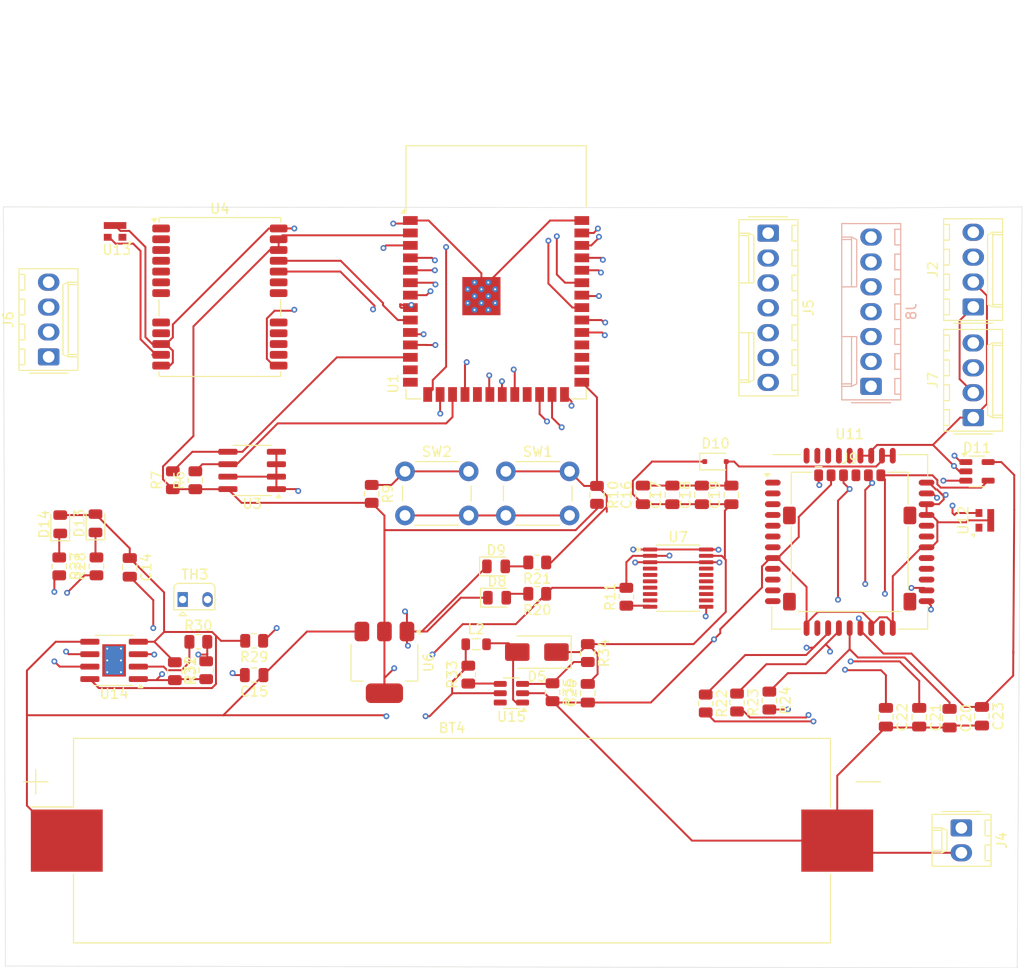
<source format=kicad_pcb>
(kicad_pcb (version 20241229) (generator "pcbnew") (generator_version "9.0")
  (layers (0 "F.Cu" signal) (4 "In1.Cu" signal) (6 "In2.Cu" signal) (2 "B.Cu" signal) (13 "F.Paste" user) (15 "B.Paste" user) (5 "F.SilkS" user "F.Silkscreen") (7 "B.SilkS" user "B.Silkscreen") (1 "F.Mask" user) (3 "B.Mask" user) (25 "Edge.Cuts" user))
  (net 0 "")
  (net 1 "GND")
  (net 2 "Net-(D13-A)")
  (net 3 "/BAT+(3.7V)")
  (net 4 "PWR_FLAG")
  (net 5 "Net-(D10-A)")
  (net 6 "Net-(U11-SIM_RST)")
  (net 7 "Net-(U11-SIM_CLK)")
  (net 8 "Net-(U11-SIM_DATA)")
  (net 9 "Net-(J9-VCC)")
  (net 10 "Net-(D5-A)")
  (net 11 "Net-(J9-RST)")
  (net 12 "Net-(J9-I{slash}O)")
  (net 13 "Net-(J9-CLK)")
  (net 14 "Net-(D13-K)")
  (net 15 "Net-(D14-K)")
  (net 16 "/3.3V")
  (net 17 "/SCL")
  (net 18 "/SDA")
  (net 19 "Net-(U7-OE)")
  (net 20 "Net-(U14-~{CHRG})")
  (net 21 "Net-(U14-~{STDBY})")
  (net 22 "/5V")
  (net 23 "Net-(U14-PROG)")
  (net 24 "Net-(U14-TEMP)")
  (net 25 "Net-(U15-EN)")
  (net 26 "Net-(U15-FB)")
  (net 27 "/RX")
  (net 28 "/IO42")
  (net 29 "/EN")
  (net 30 "/RX2")
  (net 31 "/IO48")
  (net 32 "/TX2")
  (net 33 "/SCLK")
  (net 35 "/MOSI")
  (net 38 "/IO41")
  (net 40 "/IO45")
  (net 41 "/MISO")
  (net 42 "/CS")
  (net 43 "/TX")
  (net 45 "/IO46")
  (net 46 "/IO5")
  (net 47 "/IO4")
  (net 49 "/I02")
  (net 50 "/SCL1")
  (net 52 "/IO1")
  (net 53 "/RX1")
  (net 54 "/IO47")
  (net 55 "/IO0")
  (net 56 "/IO3")
  (net 57 "/TX1")
  (net 58 "/IO6")
  (net 59 "/SDA1")
  (net 60 "/IO7")
  (net 61 "/IO40")
  (net 63 "Net-(U4-RF_IN)")
  (net 109 "Net-(U11-GSM_ANT)")
  (net 123 "Net-(D8-A)")
  (net 124 "Net-(D9-A)")
  (footprint "RF_Converter:RF_Attenuator_Susumu_PAT1220" (layer "F.Cu") (at 145.1 71.5 90)
    (property "Reference" "U12")
    (property "Value" "PAT1220-C-10DB")
  )
  (footprint "LED_SMD:LED_0805_2012Metric" (layer "F.Cu") (at 50.7 71.9 90)
    (property "Reference" "D14")
    (property "Value" "LED")
  )
  (footprint "Resistor_SMD:R_0805_2012Metric" (layer "F.Cu") (at 100.9625 89.05 -90)
    (property "Reference" "R35")
    (property "Value" "13k")
  )
  (footprint "Resistor_SMD:R_0805_2012Metric" (layer "F.Cu") (at 92.3625 87.25 90)
    (property "Reference" "R33")
    (property "Value" "10k")
  )
  (footprint "Capacitor_SMD:C_0805_2012Metric" (layer "F.Cu") (at 141.5 91.7 -90)
    (property "Reference" "C20")
    (property "Value" "22pF")
  )
  (footprint "Resistor_SMD:R_0805_2012Metric" (layer "F.Cu") (at 108.5 79.3 90)
    (property "Reference" "R11")
    (property "Value" "10k")
  )
  (footprint "Connector_Molex:Molex_KK-254_AE-6410-04A_1x04_P2.54mm_Vertical" (layer "F.Cu") (at 49.52 54.81 90)
    (property "Reference" "J6")
    (property "Value" "Conn_01x04_Pin")
  )
  (footprint "Package_TO_SOT_SMD:SOT-223-3_TabPin2" (layer "F.Cu") (at 83.8 86 -90)
    (property "Reference" "U6")
    (property "Value" "AMS1117-5.0")
  )
  (footprint "Inductor_SMD:L_0805_2012Metric" (layer "F.Cu") (at 93.1625 84.15)
    (property "Reference" "L2")
    (property "Value" "4.7uH")
  )
  (footprint "Resistor_SMD:R_0805_2012Metric" (layer "F.Cu") (at 70.5 83.8 180)
    (property "Reference" "R29")
    (property "Value" "0.4")
  )
  (footprint "Capacitor_SMD:C_0805_2012Metric" (layer "F.Cu") (at 57.8 76.3 -90)
    (property "Reference" "C14")
    (property "Value" "10u")
  )
  (footprint "LED_SMD:LED_0805_2012Metric" (layer "F.Cu") (at 54.3 71.8 90)
    (property "Reference" "D13")
    (property "Value" "LED")
  )
  (footprint "Connector_Molex:Molex_KK-254_AE-6410-04A_1x04_P2.54mm_Vertical" (layer "F.Cu") (at 143.92 49.71 90)
    (property "Reference" "J2")
    (property "Value" "Conn_01x04_Pin")
  )
  (footprint "Button_Switch_THT:SW_PUSH_6mm_H4.3mm" (layer "F.Cu") (at 96.2 66.5)
    (property "Reference" "SW1")
    (property "Value" "SW_Push")
  )
  (footprint "Connector_Molex:Molex_KK-254_AE-6410-07A_1x07_P2.54mm_Vertical" (layer "F.Cu") (at 122.98 42.18 -90)
    (property "Reference" "J5")
    (property "Value" "Conn_01x07_Pin")
  )
  (footprint "Package_TO_SOT_SMD:SOT-23-5" (layer "F.Cu") (at 144.3 66.5)
    (property "Reference" "D11")
    (property "Value" "ESDA6V1SC5")
  )
  (footprint "Resistor_SMD:R_0805_2012Metric" (layer "F.Cu") (at 99.4 79 180)
    (property "Reference" "R20")
    (property "Value" "330")
  )
  (footprint "Resistor_SMD:R_0805_2012Metric" (layer "F.Cu") (at 82.5 68.8 -90)
    (property "Reference" "R9")
    (property "Value" "10k")
  )
  (footprint "Connector_Molex:Molex_KK-254_AE-6410-02A_1x02_P2.54mm_Vertical" (layer "F.Cu") (at 142.7 102.9 -90)
    (property "Reference" "J4")
    (property "Value" "Conn_01x02_Pin")
  )
  (footprint "Resistor_SMD:R_0805_2012Metric" (layer "F.Cu") (at 119.8 90.1 -90)
    (property "Reference" "R23")
    (property "Value" "51")
  )
  (footprint "Capacitor_SMD:C_0805_2012Metric" (layer "F.Cu") (at 113.2 68.9 90)
    (property "Reference" "C17")
    (property "Value" "1uF")
  )
  (footprint "Resistor_SMD:R_0805_2012Metric" (layer "F.Cu") (at 116.6 90.2 -90)
    (property "Reference" "R22")
    (property "Value" "51")
  )
  (footprint "Capacitor_SMD:C_0805_2012Metric" (layer "F.Cu") (at 116.21 68.9 90)
    (property "Reference" "C18")
    (property "Value" "10pF")
  )
  (footprint "Capacitor_SMD:C_0805_2012Metric" (layer "F.Cu") (at 144.8 91.5 -90)
    (property "Reference" "C23")
    (property "Value" "100nF")
  )
  (footprint "Capacitor_SMD:C_0805_2012Metric" (layer "F.Cu") (at 70.5 87.3 180)
    (property "Reference" "C15")
    (property "Value" "10u")
  )
  (footprint "Resistor_SMD:R_0805_2012Metric" (layer "F.Cu") (at 64.495 67.405 90)
    (property "Reference" "R6")
    (property "Value" "4.7k")
  )
  (footprint "Package_TO_SOT_SMD:SOT-23-6" (layer "F.Cu") (at 96.7625 89.15 180)
    (property "Reference" "U15")
    (property "Value" "MT3608")
  )
  (footprint "Package_SO:SOIC-8-1EP_3.9x4.9mm_P1.27mm_EP2.41x3.3mm_ThermalVias" (layer "F.Cu") (at 56.2 85.8 180)
    (property "Reference" "U14")
    (property "Value" "TP4056")
  )
  (footprint "Package_SO:SOIC-8_3.9x4.9mm_P1.27mm" (layer "F.Cu") (at 70.295 66.405 180)
    (property "Reference" "U3")
    (property "Value" "CAT24C256")
  )
  (footprint "Capacitor_SMD:C_0805_2012Metric" (layer "F.Cu") (at 138.4 91.6 -90)
    (property "Reference" "C21")
    (property "Value" "22pF")
  )
  (footprint "Resistor_SMD:R_0805_2012Metric" (layer "F.Cu") (at 50.6 76.2 -90)
    (property "Reference" "R27")
    (property "Value" "1k")
  )
  (footprint "RF_Converter:RF_Attenuator_Susumu_PAT1220" (layer "F.Cu") (at 56.3 42 180)
    (property "Reference" "U13")
    (property "Value" "PAT1220-C-10DB")
  )
  (footprint "RF_GSM:SIMCom_SIM800C" (layer "F.Cu") (at 131.3 73.7)
    (property "Reference" "U11")
    (property "Value" "SIM800C")
  )
  (footprint "Resistor_SMD:R_0805_2012Metric" (layer "F.Cu") (at 62.4 86.9 -90)
    (property "Reference" "R31")
    (property "Value" "R")
  )
  (footprint "Capacitor_SMD:C_0805_2012Metric" (layer "F.Cu") (at 104.5625 89.15 90)
    (property "Reference" "C26")
    (property "Value" "C")
  )
  (footprint "Resistor_SMD:R_0805_2012Metric" (layer "F.Cu") (at 105.5 68.9 -90)
    (property "Reference" "R10")
    (property "Value" "10k")
  )
  (footprint "Resistor_SMD:R_0805_2012Metric" (layer "F.Cu") (at 123.1 89.9 -90)
    (property "Reference" "R24")
    (property "Value" "51")
  )
  (footprint "Package_SO:TSSOP-20_4.4x6.5mm_P0.65mm" (layer "F.Cu") (at 113.7875 77.4)
    (property "Reference" "U7")
    (property "Value" "TXS0108EPW")
  )
  (footprint "Resistor_SMD:R_0805_2012Metric" (layer "F.Cu") (at 62.195 67.405 90)
    (property "Reference" "R7")
    (property "Value" "4.7k")
  )
  (footprint "Diode_SMD:D_SOD-323F" (layer "F.Cu") (at 117.6 65.5)
    (property "Reference" "D10")
    (property "Value" "D_Zener")
  )
  (footprint "Package_TO_SOT_THT:Heraeus_TO-92-2" (layer "F.Cu") (at 63.2 79.582)
    (property "Reference" "TH3")
    (property "Value" "Thermistor_NTC")
  )
  (footprint "LED_SMD:LED_0805_2012Metric" (layer "F.Cu") (at 95.3 79.4)
    (property "Reference" "D8")
    (property "Value" "Green LED")
  )
  (footprint "Battery:BatteryHolder_Keystone_1042_1x18650" (layer "F.Cu") (at 90.7 104.2)
    (property "Reference" "BT4")
    (property "Value" "3.7 Li-ion")
  )
  (footprint "Capacitor_SMD:C_0805_2012Metric" (layer "F.Cu") (at 119.22 68.9 90)
    (property "Reference" "C19")
    (property "Value" "33pF")
  )
  (footprint "Resistor_SMD:R_0805_2012Metric" (layer "F.Cu") (at 99.4 75.8 180)
    (property "Reference" "R21")
    (property "Value" "330")
  )
  (footprint "Resistor_SMD:R_0805_2012Metric" (layer "F.Cu") (at 54.4 76.2 90)
    (property "Reference" "R28")
    (property "Value" "1k")
  )
  (footprint "Connector_Molex:Molex_KK-254_AE-6410-04A_1x04_P2.54mm_Vertical" (layer "F.Cu") (at 143.92 61.01 90)
    (property "Reference" "J7")
    (property "Value" "Conn_01x04_Pin")
  )
  (footprint "Button_Switch_THT:SW_PUSH_6mm_H4.3mm" (layer "F.Cu") (at 85.9 66.5)
    (property "Reference" "SW2")
    (property "Value" "SW_Push")
  )
  (footprint "RF_Module:ESP32-S3-WROOM-1" (layer "F.Cu") (at 95.2 46.15)
    (property "Reference" "U1")
    (property "Value" "ESP32-S3-WROOM-1")
  )
  (footprint "Resistor_SMD:R_0805_2012Metric" (layer "F.Cu") (at 104.5625 85.05 -90)
    (property "Reference" "R34")
    (property "Value" "100k")
  )
  (footprint "LED_SMD:LED_0805_2012Metric" (layer "F.Cu") (at 95.2 76.2)
    (property "Reference" "D9")
    (property "Value" "Orange LED")
  )
  (footprint "Connector_Card:nanoSIM_GCT_SIM8060-6-0-14-00" (layer "F.Cu") (at 131.3 73.7)
    (property "Reference" "J9")
    (property "Value" "SIM_Card")
  )
  (footprint "Resistor_SMD:R_0805_2012Metric" (layer "F.Cu") (at 64.8 83.9)
    (property "Reference" "R30")
    (property "Value" "Rprog")
  )
  (footprint "Capacitor_SMD:C_0805_2012Metric" (layer "F.Cu") (at 110.19 68.9 90)
    (property "Reference" "C16")
    (property "Value" "100uF")
  )
  (footprint "Resistor_SMD:R_0805_2012Metric" (layer "F.Cu") (at 65.6 86.8 90)
    (property "Reference" "R32")
    (property "Value" "R")
  )
  (footprint "Capacitor_SMD:C_0805_2012Metric" (layer "F.Cu") (at 135 91.6 -90)
    (property "Reference" "C22")
    (property "Value" "22pF")
  )
  (footprint "Diode_SMD:D_SMA" (layer "F.Cu") (at 99.3625 84.95 180)
    (property "Reference" "D5")
    (property "Value" "SS14")
  )
  (footprint "RF_GPS:ublox_NEO" (layer "F.Cu") (at 67 48.7)
    (property "Reference" "U4")
    (property "Value" "NEO-8Q")
  )
  (footprint "Connector_Molex:Molex_KK-254_AE-6410-07A_1x07_P2.54mm_Vertical" (layer "B.Cu") (at 133.48 57.82 90)
    (property "Reference" "J8")
    (property "Value" "Conn_01x07_Pin")
  )
  (gr_line (start 148.4 117.2) (end 148.9 39.5) (stroke (width 0.05)) (layer "Edge.Cuts"))
  (gr_line (start 44.9 39.5) (end 135 39.6) (stroke (width 0.05)) (layer "Edge.Cuts"))
  (gr_line (start 45.1 116.8) (end 45.1 117) (stroke (width 0.05)) (layer "Edge.Cuts"))
  (gr_line (start 148.9 39.5) (end 135 39.6) (stroke (width 0.05)) (layer "Edge.Cuts"))
  (gr_line (start 45.1 117) (end 148.4 117.2) (stroke (width 0.05)) (layer "Edge.Cuts"))
  (gr_line (start 44.9 39.5) (end 45.1 116.8) (stroke (width 0.05)) (layer "Edge.Cuts"))
  (segment (start 139.65 74.25) (end 139.15 74.25) (width 0.2) (layer "F.Cu") (net 1))
  (segment (start 143.4 71.5) (end 145.7 71.5) (width 0.2) (layer "F.Cu") (net 1))
  (segment (start 100.15 89.15) (end 100.9625 89.9625) (width 0.2) (layer "F.Cu") (net 1))
  (segment (start 135.099 81.399) (end 135.7 82) (width 0.2) (layer "F.Cu") (net 1))
  (segment (start 129.4 67.847164) (end 126.101 71.146164) (width 0.2) (layer "F.Cu") (net 1))
  (segment (start 145.316 59.614) (end 145.316 48.566) (width 0.2) (layer "F.Cu") (net 1))
  (segment (start 139.15 70.95) (end 139.65 70.95) (width 0.2) (layer "F.Cu") (net 1))
  (segment (start 62.201 54.186936) (end 61.514064 53.5) (width 0.2) (layer "F.Cu") (net 1))
  (segment (start 135.7 77.2) (end 138.65 74.25) (width 0.2) (layer "F.Cu") (net 1))
  (segment (start 118.0885 83.0115) (end 117.45 83.65) (width 0.2) (layer "F.Cu") (net 1))
  (segment (start 143.92 61.01) (end 142.588001 61.01) (width 0.2) (layer "F.Cu") (net 1))
  (segment (start 143.2 71.7) (end 140.351 71.7) (width 0.2) (layer "F.Cu") (net 1))
  (segment (start 88.15 82.85) (end 86.1 82.85) (width 0.2) (layer "F.Cu") (net 1))
  (segment (start 97.9 89.15) (end 98.562499 89.15) (width 0.2) (layer "F.Cu") (net 1))
  (segment (start 139.399942 67.65) (end 140.099942 68.35) (width 0.2) (layer "F.Cu") (net 1))
  (segment (start 118.0885 82.6115) (end 118.0885 83.0115) (width 0.2) (layer "F.Cu") (net 1))
  (segment (start 62.201 55.399) (end 62.201 54.186936) (width 0.2) (layer "F.Cu") (net 1))
  (segment (start 74.5 50.1) (end 74.6 50) (width 0.2) (layer "F.Cu") (net 1))
  (segment (start 72.77 67.04) (end 72.77 68.31) (width 0.2) (layer "F.Cu") (net 1))
  (segment (start 62.201 52.813064) (end 62.201 51.499) (width 0.2) (layer "F.Cu") (net 1))
  (segment (start 94.4 47.21) (end 100.72 40.89) (width 0.2) (layer "F.Cu") (net 1))
  (segment (start 116.65 81.25) (end 116.6 81.3) (width 0.2) (layer "F.Cu") (net 1))
  (segment (start 140.099942 68.35) (end 140.215686 68.35) (width 0.2) (layer "F.Cu") (net 1))
  (segment (start 60.8 53.3) (end 61 53.5) (width 0.2) (layer "F.Cu") (net 1))
  (segment (start 123.200058 75.35) (end 122.349 76.201058) (width 0.2) (layer "F.Cu") (net 1))
  (segment (start 84.7 41.2) (end 86.14 41.2) (width 0.2) (layer "F.Cu") (net 1))
  (segment (start 85.9 71) (end 92.4 71) (width 0.2) (layer "F.Cu") (net 1))
  (segment (start 94.2625 76.2) (end 87.6125 82.85) (width 0.2) (layer "F.Cu") (net 1))
  (segment (start 97.9 89.15) (end 100.15 89.15) (width 0.2) (layer "F.Cu") (net 1))
  (segment (start 133.5 81.780761) (end 133.5 82.250058) (width 0.2) (layer "F.Cu") (net 1))
  (segment (start 86.1 84.2) (end 86.2 84.3) (width 0.2) (layer "F.Cu") (net 1))
  (segment (start 140.251 71.551) (end 140.251 71.6) (width 0.2) (layer "F.Cu") (net 1))
  (segment (start 140.415686 69.85) (end 139.15 69.85) (width 0.2) (layer "F.Cu") (net 1))
  (segment (start 57.751 41.949) (end 59.4 43.598) (width 0.2) (layer "F.Cu") (net 1))
  (segment (start 65.7125 83.9) (end 65.7125 85.1) (width 0.2) (layer "F.Cu") (net 1))
  (segment (start 123.45 75.35) (end 123.200058 75.35) (width 0.2) (layer "F.Cu") (net 1))
  (segment (start 133.5 82.250058) (end 134.351058 81.399) (width 0.2) (layer "F.Cu") (net 1))
  (segment (start 135.1 92.65) (end 135 92.55) (width 0.2) (layer "F.Cu") (net 1))
  (segment (start 92.4 71) (end 96.2 71) (width 0.2) (layer "F.Cu") (net 1))
  (segment (start 140.9 69.365686) (end 140.415686 69.85) (width 0.2) (layer "F.Cu") (net 1))
  (segment (start 59.4 52.8) (end 60.1 53.5) (width 0.2) (layer "F.Cu") (net 1))
  (segment (start 132.569239 80.85) (end 133.5 81.780761) (width 0.2) (layer "F.Cu") (net 1))
  (segment (start 61.514064 53.5) (end 62.201 52.813064) (width 0.2) (layer "F.Cu") (net 1))
  (segment (start 130.03 104.2) (end 115.2 104.2) (width 0.2) (layer "F.Cu") (net 1))
  (segment (start 86.14 41.2) (end 86.45 40.89) (width 0.2) (layer "F.Cu") (net 1))
  (segment (start 65.6125 85.2) (end 65.7125 85.1) (width 0.2) (layer "F.Cu") (net 1))
  (segment (start 143.1625 66.5) (end 142.500001 66.5) (width 0.2) (layer "F.Cu") (net 1))
  (segment (start 144.8 92.45) (end 141.7 92.45) (width 0.2) (layer "F.Cu") (net 1))
  (segment (start 100.72 40.89) (end 103.95 40.89) (width 0.2) (layer "F.Cu") (net 1))
  (segment (start 128.05 80.85) (end 132.569239 80.85) (width 0.2) (layer "F.Cu") (net 1))
  (segment (start 72 41.7) (end 73 41.7) (width 0.2) (layer "F.Cu") (net 1))
  (segment (start 101.1 90.1) (end 100.9625 89.9625) (width 0.2) (layer "F.Cu") (net 1))
  (segment (start 129.4 66.9) (end 129.4 67.847164) (width 0.2) (layer "F.Cu") (net 1))
  (segment (start 71.799 50.886936) (end 72.585936 50.1) (width 0.2) (layer "F.Cu") (net 1))
  (segment (start 104.5625 90.1) (end 101.1 90.1) (width 0.2) (layer "F.Cu") (net 1))
  (segment (start 85.9 80.8) (end 86.1 81) (width 0.2) (layer "F.Cu") (net 1))
  (segment (start 139.15 69.85) (end 139.15 70.95) (width 0.2) (layer "F.Cu") (net 1))
  (segment (start 141.1 68.9) (end 140.768514 68.9) (width 0.2) (layer "F.Cu") (net 1))
  (segment (start 135.7 82.5) (end 135.7 77.2) (width 0.2) (layer "F.Cu") (net 1))
  (segment (start 133.5 64.4) (end 133.5 64.9) (width 0.2) (layer "F.Cu") (net 1))
  (segment (start 93.7 46.280761) (end 93.7 48.61) (width 0.2) (layer "F.Cu") (net 1))
  (segment (start 138.65 74.25) (end 139.15 74.25) (width 0.2) (layer "F.Cu") (net 1))
  (segment (start 96.2 71) (end 102.7 71) (width 0.2) (layer "F.Cu") (net 1))
  (segment (start 58.675 85.165) (end 60.265 85.165) (width 0.2) (layer "F.Cu") (net 1))
  (segment (start 61 55.7) (end 61.9 55.7) (width 0.2) (layer "F.Cu") (net 1))
  (segment (start 59.4 43.598) (end 59.4 52.8) (width 0.2) (layer "F.Cu") (net 1))
  (segment (start 135 92.55) (end 135 92.6) (width 0.2) (layer "F.Cu") (net 1))
  (segment (start 126.101 71.146164) (end 126.101 73.199) (width 0.2) (layer "F.Cu") (net 1))
  (segment (start 60.1 53.5) (end 61 53.5) (width 0.2) (layer "F.Cu") (net 1))
  (segment (start 68.5 87.3) (end 68.3 87.1) (width 0.2) (layer "F.Cu") (net 1))
  (segment (start 142.500001 66.5) (end 141.950001 65.949999) (width 0.2) (layer "F.Cu") (net 1))
  (segment (start 140.251 73.649) (end 139.65 74.25) (width 0.2) (layer "F.Cu") (net 1))
  (segment (start 72.77 64.5) (end 72.77 65.77) (width 0.2) (layer "F.Cu") (net 1))
  (segment (start 140.9 69.034314) (end 140.9 69.365686) (width 0.2) (layer "F.Cu") (net 1))
  (segment (start 139.799001 63.799) (end 134.101 63.799) (width 0.2) (layer "F.Cu") (net 1))
  (segment (start 60.265 85.165) (end 60.3 85.2) (width 0.2) (layer "F.Cu") (net 1))
  (segment (start 126.101 73.199) (end 123.95 75.35) (width 0.2) (layer "F.Cu") (net 1))
  (segment (start 94.3625 79.4) (end 91.6 79.4) (width 0.2) (layer "F.Cu") (net 1))
  (segment (start 72.77 65.77) (end 72.77 67.04) (width 0.2) (layer "F.Cu") (net 1))
  (segment (start 142.588001 61.01) (end 139.799001 63.799) (width 0.2) (layer "F.Cu") (net 1))
  (segment (start 141.950001 65.949999) (end 139.799001 63.799) (width 0.2) (layer "F.Cu") (net 1))
  (segment (start 140.351 71.7) (end 140.251 71.6) (width 0.2) (layer "F.Cu") (net 1))
  (segment (start 115.2 104.2) (end 100.9625 89.9625) (width 0.2) (layer "F.Cu") (net 1))
  (segment (start 130.03 97.57) (end 130.03 104.2) (width 0.2) (layer "F.Cu") (net 1))
  (segment (start 75 68.5) (end 74.81 68.31) (width 0.2) (layer "F.Cu") (net 1))
  (segment (start 72.585936 50.1) (end 74.5 50.1) (width 0.2) (layer "F.Cu") (net 1))
  (segment (start 122.349 76.201058) (end 122.349 78.351) (width 0.2) (layer "F.Cu") (net 1))
  (segment (start 131.27 105.44) (end 130.03 104.2) (width 0.2) (layer "F.Cu") (net 1))
  (segment (start 64.8 85.2) (end 65.6125 85.2) (width 0.2) (layer "F.Cu") (net 1))
  (segment (start 132.4 64.9) (end 133.5 64.9) (width 0.2) (layer "F.Cu") (net 1))
  (segment (start 135.7 82) (end 135.7 82.5) (width 0.2) (layer "F.Cu") (net 1))
  (segment (start 134.101 63.799) (end 133.5 64.4) (width 0.2) (layer "F.Cu") (net 1))
  (segment (start 116.65 80.325) (end 116.65 81.25) (width 0.2) (layer "F.Cu") (net 1))
  (segment (start 140.215686 68.35) (end 140.9 69.034314) (width 0.2) (layer "F.Cu") (net 1))
  (segment (start 111 90.1) (end 104.5625 90.1) (width 0.2) (layer "F.Cu") (net 1))
  (segment (start 91.6 79.4) (end 88.15 82.85) (width 0.2) (layer "F.Cu") (net 1))
  (segment (start 71.799 55.013064) (end 71.799 50.886936) (width 0.2) (layer "F.Cu") (net 1))
  (segment (start 122.349 78.351) (end 118.0885 82.6115) (width 0.2) (layer "F.Cu") (net 1))
  (segment (start 139.65 70.95) (end 140.251 71.551) (width 0.2) (layer "F.Cu") (net 1))
  (segment (start 67.82 67.04) (end 72.77 67.04) (width 0.2) (layer "F.Cu") (net 1))
  (segment (start 117.45 83.65) (end 111 90.1) (width 0.2) (layer "F.Cu") (net 1))
  (segment (start 140.251 71.6) (end 140.251 73.649) (width 0.2) (layer "F.Cu") (net 1))
  (segment (start 126.9 82.5) (end 126.9 82) (width 0.2) (layer "F.Cu") (net 1))
  (segment (start 61.9 55.7) (end 62.201 55.399) (width 0.2) (layer "F.Cu") (net 1))
  (segment (start 142.7 105.44) (end 131.27 105.44) (width 0.2) (layer "F.Cu") (net 1))
  (segment (start 57.8 77.25) (end 60.2 79.65) (width 0.2) (layer "F.Cu") (net 1))
  (segment (start 123.95 75.35) (end 123.45 75.35) (width 0.2) (layer "F.Cu") (net 1))
  (segment (start 140.768514 68.9) (end 140.509757 68.641243) (width 0.2) (layer "F.Cu") (net 1))
  (segment (start 126.9 78.3) (end 123.95 75.35) (width 0.2) (layer "F.Cu") (net 1))
  (segment (start 143.92 61.01) (end 145.316 59.614) (width 0.2) (layer "F.Cu") (net 1))
  (segment (start 126.9 82) (end 128.05 80.85) (width 0.2) (layer "F.Cu") (net 1))
  (segment (start 141.7 92.45) (end 141.5 92.65) (width 0.2) (layer "F.Cu") (net 1))
  (segment (start 88.309239 40.89) (end 93.7 46.280761) (width 0.2) (layer "F.Cu") (net 1))
  (segment (start 74.81 68.31) (end 72.77 68.31) (width 0.2) (layer "F.Cu") (net 1))
  (segment (start 141.5 92.65) (end 135.1 92.65) (width 0.2) (layer "F.Cu") (net 1))
  (segment (start 87.6125 82.85) (end 86.1 82.85) (width 0.2) (layer "F.Cu") (net 1))
  (segment (start 73 55.7) (end 72.485936 55.7) (width 0.2) (layer "F.Cu") (net 1))
  (segment (start 56.849 41.949) (end 57.751 41.949) (width 0.2) (layer "F.Cu") (net 1))
  (segment (start 86.45 40.89) (end 88.309239 40.89) (width 0.2) (layer "F.Cu") (net 1))
  (segment (start 86.1 82.85) (end 86.1 84.2) (width 0.2) (layer "F.Cu") (net 1))
  (segment (start 72.485936 55.7) (end 71.799 55.013064) (width 0.2) (layer "F.Cu") (net 1))
  (segment (start 139.15 67.65) (end 139.399942 67.65) (width 0.2) (layer "F.Cu") (net 1))
  (segment (start 86.1 81) (end 86.1 82.85) (width 0.2) (layer "F.Cu") (net 1))
  (segment (start 143.2 71.7) (end 143.4 71.5) (width 0.2) (layer "F.Cu") (net 1))
  (segment (start 134.351058 81.399) (end 135.099 81.399) (width 0.2) (layer "F.Cu") (net 1))
  (segment (start 65.7125 85.775) (end 65.6 85.8875) (width 0.2) (layer "F.Cu") (net 1))
  (segment (start 61 53.5) (end 61.514064 53.5) (width 0.2) (layer "F.Cu") (net 1))
  (segment (start 62.201 51.499) (end 72 41.7) (width 0.2) (layer "F.Cu") (net 1))
  (segment (start 126.9 82.5) (end 126.9 78.3) (width 0.2) (layer "F.Cu") (net 1))
  (segment (start 60.2 79.65) (end 60.2 82.5) (width 0.2) (layer "F.Cu") (net 1))
  (segment (start 73 41.7) (end 74.6 41.7) (width 0.2) (layer "F.Cu") (net 1))
  (segment (start 69.55 87.3) (end 68.5 87.3) (width 0.2) (layer "F.Cu") (net 1))
  (segment (start 133.5 82.5) (end 133.5 82.250058) (width 0.2) (layer "F.Cu") (net 1))
  (segment (start 145.316 48.566) (end 143.92 47.17) (width 0.2) (layer "F.Cu") (net 1))
  (segment (start 135 92.6) (end 130.03 97.57) (width 0.2) (layer "F.Cu") (net 1))
  (segment (start 65.7125 85.1) (end 65.7125 85.775) (width 0.2) (layer "F.Cu") (net 1))
  (segment (start 56.3 41.4) (end 56.849 41.949) (width 0.2) (layer "F.Cu") (net 1))
  (via (at 141.1 68.9) (size 0.6) (drill 0.3) (layers "F.Cu" "B.Cu") (net 1))
  (via (at 68.3 87.1) (size 0.6) (drill 0.3) (layers "F.Cu" "B.Cu") (net 1))
  (via (at 84.7 41.2) (size 0.6) (drill 0.3) (layers "F.Cu" "B.Cu") (net 1))
  (via (at 74.6 41.7) (size 0.6) (drill 0.3) (layers "F.Cu" "B.Cu") (net 1))
  (via (at 68.3 87.1) (size 0.6) (drill 0.3) (layers "F.Cu" "B.Cu") (net 1))
  (via (at 116.6 81.3) (size 0.6) (drill 0.3) (layers "F.Cu" "B.Cu") (net 1))
  (via (at 60.2 82.5) (size 0.6) (drill 0.3) (layers "F.Cu" "B.Cu") (net 1))
  (via (at 74.6 50) (size 0.6) (drill 0.3) (layers "F.Cu" "B.Cu") (net 1))
  (via (at 75 68.5) (size 0.6) (drill 0.3) (layers "F.Cu" "B.Cu") (net 1))
  (via (at 141.950001 65.949999) (size 0.6) (drill 0.3) (layers "F.Cu" "B.Cu") (net 1))
  (via (at 64.8 85.2) (size 0.6) (drill 0.3) (layers "F.Cu" "B.Cu") (net 1))
  (via (at 117.45 83.65) (size 0.6) (drill 0.3) (layers "F.Cu" "B.Cu") (net 1))
  (via (at 60.3 85.2) (size 0.6) (drill 0.3) (layers "F.Cu" "B.Cu") (net 1))
  (via (at 85.9 80.8) (size 0.6) (drill 0.3) (layers "F.Cu" "B.Cu") (net 1))
  (via (at 86.2 84.3) (size 0.6) (drill 0.3) (layers "F.Cu" "B.Cu") (net 1))
  (segment (start 61.3035 78.8535) (end 61.3035 82.899) (width 0.2) (layer "F.Cu") (net 2))
  (segment (start 50.7 70.9625) (end 54.2 70.9625) (width 0.2) (layer "F.Cu") (net 2))
  (segment (start 53.725 87.705) (end 54.646 88.626) (width 0.2) (layer "F.Cu") (net 2))
  (segment (start 62.4 85.9875) (end 60.3075 83.895) (width 0.2) (layer "F.Cu") (net 2))
  (segment (start 57.8 74.3625) (end 57.8 75.35) (width 0.2) (layer "F.Cu") (net 2))
  (segment (start 66.601 88.21016) (end 66.601 83.28984) (width 0.2) (layer "F.Cu") (net 2))
  (segment (start 60.3075 83.895) (end 58.675 83.895) (width 0.2) (layer "F.Cu") (net 2))
  (segment (start 57.8 75.35) (end 61.3035 78.8535) (width 0.2) (layer "F.Cu") (net 2))
  (segment (start 66.21016 82.899) (end 61.3035 82.899) (width 0.2) (layer "F.Cu") (net 2))
  (segment (start 67.11116 83.8) (end 66.601 83.28984) (width 0.2) (layer "F.Cu") (net 2))
  (segment (start 66.601 83.28984) (end 66.21016 82.899) (width 0.2) (layer "F.Cu") (net 2))
  (segment (start 54.2 70.9625) (end 54.3 70.8625) (width 0.2) (layer "F.Cu") (net 2))
  (segment (start 54.646 88.626) (end 66.18516 88.626) (width 0.2) (layer "F.Cu") (net 2))
  (segment (start 69.5875 83.8) (end 67.11116 83.8) (width 0.2) (layer "F.Cu") (net 2))
  (segment (start 61.3035 82.899) (end 60.3075 83.895) (width 0.2) (layer "F.Cu") (net 2))
  (segment (start 66.18516 88.626) (end 66.601 88.21016) (width 0.2) (layer "F.Cu") (net 2))
  (segment (start 54.3 70.8625) (end 57.8 74.3625) (width 0.2) (layer "F.Cu") (net 2))
  (segment (start 90.7125 89.2) (end 90.7625 89.15) (width 0.2) (layer "F.Cu") (net 3))
  (segment (start 90.7625 89.15) (end 95.625 89.15) (width 0.2) (layer "F.Cu") (net 3))
  (segment (start 90.7125 87.9875) (end 90.7125 89.2) (width 0.2) (layer "F.Cu") (net 3))
  (segment (start 51.37 104.2) (end 50.875 104.2) (width 0.2) (layer "F.Cu") (net 3))
  (segment (start 71.45 87.3) (end 67.35 91.4) (width 0.2) (layer "F.Cu") (net 3))
  (segment (start 50.239315 83.895) (end 53.725 83.895) (width 0.2) (layer "F.Cu") (net 3))
  (segment (start 83.9 91.4) (end 84 91.5) (width 0.2) (layer "F.Cu") (net 3))
  (segment (start 50.875 104.2) (end 47.3 100.625) (width 0.2) (layer "F.Cu") (net 3))
  (segment (start 88.4125 91.5) (end 90.7625 89.15) (width 0.2) (layer "F.Cu") (net 3))
  (segment (start 92.1 84.15) (end 92.1 86.6) (width 0.2) (layer "F.Cu") (net 3))
  (segment (start 67.35 91.4) (end 47.3 91.4) (width 0.2) (layer "F.Cu") (net 3))
  (segment (start 47.3 91.4) (end 47.3 86.834314) (width 0.2) (layer "F.Cu") (net 3))
  (segment (start 47.3 86.834314) (end 50.239315 83.895) (width 0.2) (layer "F.Cu") (net 3))
  (segment (start 92.1 86.6) (end 90.7125 87.9875) (width 0.2) (layer "F.Cu") (net 3))
  (segment (start 75.9 82.85) (end 81.5 82.85) (width 0.2) (layer "F.Cu") (net 3))
  (segment (start 71.45 87.3) (end 75.9 82.85) (width 0.2) (layer "F.Cu") (net 3))
  (segment (start 92.3625 86.3375) (end 90.7125 87.9875) (width 0.2) (layer "F.Cu") (net 3))
  (segment (start 47.3 100.625) (end 47.3 91.4) (width 0.2) (layer "F.Cu") (net 3))
  (segment (start 67.35 91.4) (end 83.9 91.4) (width 0.2) (layer "F.Cu") (net 3))
  (segment (start 88 91.5) (end 88.4125 91.5) (width 0.2) (layer "F.Cu") (net 3))
  (via (at 88 91.5) (size 0.6) (drill 0.3) (layers "F.Cu" "B.Cu") (net 3))
  (via (at 84 91.5) (size 0.6) (drill 0.3) (layers "F.Cu" "B.Cu") (net 3))
  (segment (start 118.559619 75.440381) (end 118.65 75.530761) (width 0.2) (layer "F.Cu") (net 4))
  (segment (start 110.19 69.85) (end 109.164 68.824) (width 0.2) (layer "F.Cu") (net 4))
  (segment (start 118.559619 70.510381) (end 119.22 69.85) (width 0.2) (layer "F.Cu") (net 4))
  (segment (start 111.12884 65.5) (end 116.5 65.5) (width 0.2) (layer "F.Cu") (net 4))
  (segment (start 105.5635 87.199) (end 105.5635 85.1385) (width 0.2) (layer "F.Cu") (net 4))
  (segment (start 109.164 67.46484) (end 111.12884 65.5) (width 0.2) (layer "F.Cu") (net 4))
  (segment (start 118.65 75.530761) (end 118.65 80.85) (width 0.2) (layer "F.Cu") (net 4))
  (segment (start 118.244239 75.125) (end 118.559619 75.440381) (width 0.2) (layer "F.Cu") (net 4))
  (segment (start 116.65 75.125) (end 118.244239 75.125) (width 0.2) (layer "F.Cu") (net 4))
  (segment (start 104.5625 88.2) (end 105.5635 87.199) (width 0.2) (layer "F.Cu") (net 4))
  (segment (start 119.22 69.85) (end 110.19 69.85) (width 0.2) (layer "F.Cu") (net 4))
  (segment (start 101.3625 84.95) (end 103.75 84.95) (width 0.2) (layer "F.Cu") (net 4))
  (segment (start 118.65 80.85) (end 115.3625 84.1375) (width 0.2) (layer "F.Cu") (net 4))
  (segment (start 105.5635 85.1385) (end 104.5625 84.1375) (width 0.2) (layer "F.Cu") (net 4))
  (segment (start 118.559619 75.440381) (end 118.559619 70.510381) (width 0.2) (layer "F.Cu") (net 4))
  (segment (start 115.3625 84.1375) (end 104.5625 84.1375) (width 0.2) (layer "F.Cu") (net 4))
  (segment (start 109.164 68.824) (end 109.164 67.46484) (width 0.2) (layer "F.Cu") (net 4))
  (segment (start 103.75 84.95) (end 104.5625 84.1375) (width 0.2) (layer "F.Cu") (net 4))
  (segment (start 120 66) (end 119.5 65.5) (width 0.2) (layer "F.Cu") (net 5))
  (segment (start 134 66) (end 120 66) (width 0.2) (layer "F.Cu") (net 5))
  (segment (start 118.7 67.43) (end 119.22 67.95) (width 0.2) (layer "F.Cu") (net 5))
  (segment (start 134.6 64.9) (end 134.6 65.4) (width 0.2) (layer "F.Cu") (net 5))
  (segment (start 118.7 65.5) (end 118.7 67.43) (width 0.2) (layer "F.Cu") (net 5))
  (segment (start 134.6 65.4) (end 134 66) (width 0.2) (layer "F.Cu") (net 5))
  (segment (start 110.19 67.95) (end 119.22 67.95) (width 0.2) (layer "F.Cu") (net 5))
  (segment (start 119.5 65.5) (end 118.7 65.5) (width 0.2) (layer "F.Cu") (net 5))
  (segment (start 134.6 64.9) (end 135.7 64.9) (width 0.2) (layer "F.Cu") (net 5))
  (segment (start 123.1 88.9875) (end 124.9875 87.1) (width 0.2) (layer "F.Cu") (net 6))
  (segment (start 131.3 84.6625) (end 131.3 82.5) (width 0.2) (layer "F.Cu") (net 6))
  (segment (start 132.1375 85.5) (end 131.3 84.6625) (width 0.2) (layer "F.Cu") (net 6))
  (segment (start 128.8625 87.1) (end 131.3 84.6625) (width 0.2) (layer "F.Cu") (net 6))
  (segment (start 141.5 90.75) (end 141.5 90.1) (width 0.2) (layer "F.Cu") (net 6))
  (segment (start 136.9 85.5) (end 132.1375 85.5) (width 0.2) (layer "F.Cu") (net 6))
  (segment (start 124.9875 87.1) (end 128.8625 87.1) (width 0.2) (layer "F.Cu") (net 6))
  (segment (start 141.5 90.1) (end 136.9 85.5) (width 0.2) (layer "F.Cu") (net 6))
  (segment (start 129.3 84.6) (end 128.85625 84.15625) (width 0.2) (layer "F.Cu") (net 7))
  (segment (start 126.825 86.1875) (end 122.8 86.1875) (width 0.2) (layer "F.Cu") (net 7))
  (segment (start 138.4 87.9) (end 136.4 85.9) (width 0.2) (layer "F.Cu") (net 7))
  (segment (start 129.3 84.9) (end 129.3 84.6) (width 0.2) (layer "F.Cu") (net 7))
  (segment (start 122.8 86.1875) (end 119.8 89.1875) (width 0.2) (layer "F.Cu") (net 7))
  (segment (start 128.85625 84.15625) (end 130.2 82.8125) (width 0.2) (layer "F.Cu") (net 7))
  (segment (start 128.85625 84.15625) (end 126.825 86.1875) (width 0.2) (layer "F.Cu") (net 7))
  (segment (start 138.4 90.65) (end 138.4 87.9) (width 0.2) (layer "F.Cu") (net 7))
  (segment (start 136.4 85.9) (end 131.4 85.9) (width 0.2) (layer "F.Cu") (net 7))
  (segment (start 130.2 82.8125) (end 130.2 82.5) (width 0.2) (layer "F.Cu") (net 7))
  (via (at 131.4 85.9) (size 0.6) (drill 0.3) (layers "F.Cu" "B.Cu") (net 7))
  (via (at 129.3 84.9) (size 0.6) (drill 0.3) (layers "F.Cu" "B.Cu") (net 7))
  (segment (start 128.1 84) (end 126.85 85.25) (width 0.2) (layer "F.Cu") (net 8))
  (segment (start 126.85 85.25) (end 120.6375 85.25) (width 0.2) (layer "F.Cu") (net 8))
  (segment (start 135 87.3) (end 134.5 86.8) (width 0.2) (layer "F.Cu") (net 8))
  (segment (start 126.9 84.5) (end 127.6 84.5) (width 0.2) (layer "F.Cu") (net 8))
  (segment (start 135 90.65) (end 135 87.3) (width 0.2) (layer "F.Cu") (net 8))
  (segment (start 127.6 84.5) (end 128.1 84) (width 0.2) (layer "F.Cu") (net 8))
  (segment (start 129.1 83) (end 129.1 82.5) (width 0.2) (layer "F.Cu") (net 8))
  (segment (start 128.1 84) (end 129.1 83) (width 0.2) (layer "F.Cu") (net 8))
  (segment (start 134.5 86.8) (end 130.877233 86.8) (width 0.2) (layer "F.Cu") (net 8))
  (segment (start 130.877233 86.8) (end 130.828997 86.751764) (width 0.2) (layer "F.Cu") (net 8))
  (segment (start 120.6375 85.25) (end 116.6 89.2875) (width 0.2) (layer "F.Cu") (net 8))
  (via (at 126.9 84.5) (size 0.6) (drill 0.3) (layers "F.Cu" "B.Cu") (net 8))
  (via (at 130.828997 86.751764) (size 0.6) (drill 0.3) (layers "F.Cu" "B.Cu") (net 8))
  (segment (start 148.006838 84.9) (end 148.005559 85.098749) (width 0.2) (layer "F.Cu") (net 9))
  (segment (start 132.3 82.4) (end 132.3 81.568148) (width 0.2) (layer "F.Cu") (net 9))
  (segment (start 137.599 85.099) (end 134.749058 85.099) (width 0.2) (layer "F.Cu") (net 9))
  (segment (start 128.13 67.83) (end 128.2 67.9) (width 0.2) (layer "F.Cu") (net 9))
  (segment (start 143.05 90.55) (end 137.599 85.099) (width 0.2) (layer "F.Cu") (net 9))
  (segment (start 148.1 66.871003) (end 148.1 70.422601) (width 0.2) (layer "F.Cu") (net 9))
  (segment (start 147.991014 87.358986) (end 144.8 90.55) (width 0.2) (layer "F.Cu") (net 9))
  (segment (start 148.006838 84.9) (end 147.991014 87.358986) (width 0.2) (layer "F.Cu") (net 9))
  (segment (start 134.749058 85.099) (end 132.4 82.749942) (width 0.2) (layer "F.Cu") (net 9))
  (segment (start 132.4 82.5) (end 132.3 82.4) (width 0.2) (layer "F.Cu") (net 9))
  (segment (start 132.3 81.568148) (end 132.24 81.508148) (width 0.2) (layer "F.Cu") (net 9))
  (segment (start 128.13 66.9) (end 128.13 67.83) (width 0.2) (layer "F.Cu") (net 9))
  (segment (start 146.778997 65.55) (end 148.1 66.871003) (width 0.2) (layer "F.Cu") (net 9))
  (segment (start 148.1 70.422601) (end 148.006838 84.9) (width 0.2) (layer "F.Cu") (net 9))
  (segment (start 145.4375 65.55) (end 146.778997 65.55) (width 0.2) (layer "F.Cu") (net 9))
  (segment (start 132.4 82.749942) (end 132.4 82.5) (width 0.2) (layer "F.Cu") (net 9))
  (segment (start 144.8 90.55) (end 143.05 90.55) (width 0.2) (layer "F.Cu") (net 9))
  (via (at 132.24 81.508148) (size 0.6) (drill 0.3) (layers "F.Cu" "B.Cu") (net 9))
  (via (at 128.2 67.9) (size 0.6) (drill 0.3) (layers "F.Cu" "B.Cu") (net 9))
  (segment (start 96.9365 85.376) (end 96.9365 89.798999) (width 0.2) (layer "F.Cu") (net 10))
  (segment (start 94.525 84.05) (end 96.4625 84.05) (width 0.2) (layer "F.Cu") (net 10))
  (segment (start 96.4625 84.05) (end 97.3625 84.95) (width 0.2) (layer "F.Cu") (net 10))
  (segment (start 97.237501 90.1) (end 97.9 90.1) (width 0.2) (layer "F.Cu") (net 10))
  (segment (start 96.9365 89.798999) (end 97.237501 90.1) (width 0.2) (layer "F.Cu") (net 10))
  (segment (start 97.3625 84.95) (end 96.9365 85.376) (width 0.2) (layer "F.Cu") (net 10))
  (segment (start 123.1 90.8125) (end 124.9875 90.8125) (width 0.2) (layer "F.Cu") (net 11))
  (segment (start 130.11 69.49) (end 130.11 79.6) (width 0.2) (layer "F.Cu") (net 11))
  (segment (start 143.1625 65.55) (end 142.65 65.55) (width 0.2) (layer "F.Cu") (net 11))
  (segment (start 131.3 68.3) (end 130.67 67.67) (width 0.2) (layer "F.Cu") (net 11))
  (segment (start 124.9875 90.8125) (end 125 90.8) (width 0.2) (layer "F.Cu") (net 11))
  (segment (start 142.65 65.55) (end 142 64.9) (width 0.2) (layer "F.Cu") (net 11))
  (segment (start 131.3 68.3) (end 130.11 69.49) (width 0.2) (layer "F.Cu") (net 11))
  (segment (start 130.67 67.67) (end 130.67 66.9) (width 0.2) (layer "F.Cu") (net 11))
  (via (at 130.11 79.6) (size 0.6) (drill 0.3) (layers "F.Cu" "B.Cu") (net 11))
  (via (at 142 64.9) (size 0.6) (drill 0.3) (layers "F.Cu" "B.Cu") (net 11))
  (via (at 125 90.8) (size 0.6) (drill 0.3) (layers "F.Cu" "B.Cu") (net 11))
  (via (at 131.3 68.3) (size 0.6) (drill 0.3) (layers "F.Cu" "B.Cu") (net 11))
  (segment (start 145.4375 67.45) (end 144.729687 68.157813) (width 0.2) (layer "F.Cu") (net 12))
  (segment (start 140.251 67.401058) (end 139.749942 66.9) (width 0.2) (layer "F.Cu") (net 12))
  (segment (start 144.729687 68.157813) (end 140.589184 68.157813) (width 0.2) (layer "F.Cu") (net 12))
  (segment (start 140.251 67.819629) (end 140.251 67.401058) (width 0.2) (layer "F.Cu") (net 12))
  (segment (start 134.9 67.32) (end 134.9 79) (width 0.2) (layer "F.Cu") (net 12))
  (segment (start 116.6 91.1125) (end 117.5135 92.026) (width 0.2) (layer "F.Cu") (net 12))
  (segment (start 117.5135 92.026) (end 127.6 92.026) (width 0.2) (layer "F.Cu") (net 12))
  (segment (start 140.589184 68.157813) (end 140.251 67.819629) (width 0.2) (layer "F.Cu") (net 12))
  (segment (start 139.749942 66.9) (end 134.48 66.9) (width 0.2) (layer "F.Cu") (net 12))
  (segment (start 134.48 66.9) (end 134.9 67.32) (width 0.2) (layer "F.Cu") (net 12))
  (via (at 127.6 92.026) (size 0.6) (drill 0.3) (layers "F.Cu" "B.Cu") (net 12))
  (via (at 134.9 79) (size 0.6) (drill 0.3) (layers "F.Cu" "B.Cu") (net 12))
  (segment (start 119.8 91.0125) (end 120.5 91.0125) (width 0.2) (layer "F.Cu") (net 13))
  (segment (start 133.599458 67.688876) (end 132.89 68.398334) (width 0.2) (layer "F.Cu") (net 13))
  (segment (start 133.21 67.258029) (end 133.601971 67.65) (width 0.2) (layer "F.Cu") (net 13))
  (segment (start 120.5 91.0125) (end 121.1135 91.626) (width 0.2) (layer "F.Cu") (net 13))
  (segment (start 143.1625 67.45) (end 140.865629 67.450001) (width 0.2) (layer "F.Cu") (net 13))
  (segment (start 132.89 68.398334) (end 132.89 78) (width 0.2) (layer "F.Cu") (net 13))
  (segment (start 133.601971 67.686363) (end 133.599458 67.688876) (width 0.2) (layer "F.Cu") (net 13))
  (segment (start 126.85 91.626) (end 127.1 91.376) (width 0.2) (layer "F.Cu") (net 13))
  (segment (start 133.21 66.9) (end 133.21 67.258029) (width 0.2) (layer "F.Cu") (net 13))
  (segment (start 121.1135 91.626) (end 126.85 91.626) (width 0.2) (layer "F.Cu") (net 13))
  (segment (start 133.601971 67.65) (end 133.601971 67.686363) (width 0.2) (layer "F.Cu") (net 13))
  (via (at 140.865629 67.450001) (size 0.6) (drill 0.3) (layers "F.Cu" "B.Cu") (net 13))
  (via (at 127.1 91.376) (size 0.6) (drill 0.3) (layers "F.Cu" "B.Cu") (net 13))
  (via (at 133.599458 67.688876) (size 0.6) (drill 0.3) (layers "F.Cu" "B.Cu") (net 13))
  (via (at 132.89 78) (size 0.6) (drill 0.3) (layers "F.Cu" "B.Cu") (net 13))
  (segment (start 54.3 75.1875) (end 54.4 75.2875) (width 0.2) (layer "F.Cu") (net 14))
  (segment (start 54.3 72.7375) (end 54.3 75.1875) (width 0.2) (layer "F.Cu") (net 14))
  (segment (start 50.6 72.9375) (end 50.7 72.8375) (width 0.2) (layer "F.Cu") (net 15))
  (segment (start 50.6 75.2875) (end 50.6 72.9375) (width 0.2) (layer "F.Cu") (net 15))
  (segment (start 64.3 62.88884) (end 61.194 65.99484) (width 0.2) (layer "F.Cu") (net 16))
  (segment (start 99.9125 79.4) (end 97.2125 82.1) (width 0.2) (layer "F.Cu") (net 16))
  (segment (start 64.495 68.3175) (end 67.8125 68.3175) (width 0.2) (layer "F.Cu") (net 16))
  (segment (start 61.194 65.99484) (end 61.194 67.3165) (width 0.2) (layer "F.Cu") (net 16))
  (segment (start 73 42.8) (end 73.4 42.4) (width 0.2) (layer "F.Cu") (net 16))
  (segment (start 73 42.8) (end 73 43.9) (width 0.2) (layer "F.Cu") (net 16))
  (segment (start 142.524 57.074) (end 142.524 51.106) (width 0.2) (layer "F.Cu") (net 16))
  (segment (start 83.8 82.85) (end 83.8 72.4) (width 0.2) (layer "F.Cu") (net 16))
  (segment (start 73 43.9) (end 72.1 43.9) (width 0.2) (layer "F.Cu") (net 16))
  (segment (start 109.155761 75.125) (end 110.925 75.125) (width 0.2) (layer "F.Cu") (net 16))
  (segment (start 64.3 51.7) (end 64.3 62.88884) (width 0.2) (layer "F.Cu") (net 16))
  (segment (start 86.21 42.4) (end 86.45 42.16) (width 0.2) (layer "F.Cu") (net 16))
  (segment (start 108.5 78.3875) (end 108.5 75.780761) (width 0.2) (layer "F.Cu") (net 16))
  (segment (start 91.8 82.1) (end 88.7 85.2) (width 0.2) (layer "F.Cu") (net 16))
  (segment (start 100.925 78.3875) (end 100.3125 79) (width 0.2) (layer "F.Cu") (net 16))
  (segment (start 83.8 71.0125) (end 82.5 69.7125) (width 0.2) (layer "F.Cu") (net 16))
  (segment (start 143.92 58.47) (end 142.524 57.074) (width 0.2) (layer "F.Cu") (net 16))
  (segment (start 83.8 89.15) (end 83.8 82.85) (width 0.2) (layer "F.Cu") (net 16))
  (segment (start 108.5 78.3875) (end 100.925 78.3875) (width 0.2) (layer "F.Cu") (net 16))
  (segment (start 61.194 67.3165) (end 62.195 68.3175) (width 0.2) (layer "F.Cu") (net 16))
  (segment (start 83.8 87.6) (end 83.8 89.15) (width 0.2) (layer "F.Cu") (net 16))
  (segment (start 82.5 69.7125) (end 69.2225 69.7125) (width 0.2) (layer "F.Cu") (net 16))
  (segment (start 103.325 72.5) (end 83.9 72.5) (width 0.2) (layer "F.Cu") (net 16))
  (segment (start 108.5 75.780761) (end 109.155761 75.125) (width 0.2) (layer "F.Cu") (net 16))
  (segment (start 142.524 51.106) (end 143.92 49.71) (width 0.2) (layer "F.Cu") (net 16))
  (segment (start 83.8 72.4) (end 83.8 71.0125) (width 0.2) (layer "F.Cu") (net 16))
  (segment (start 100.4125 79.4) (end 99.9125 79.4) (width 0.2) (layer "F.Cu") (net 16))
  (segment (start 97.2125 82.1) (end 91.8 82.1) (width 0.2) (layer "F.Cu") (net 16))
  (segment (start 112.875 75.125) (end 112.9 75.1) (width 0.2) (layer "F.Cu") (net 16))
  (segment (start 62.195 68.3175) (end 64.495 68.3175) (width 0.2) (layer "F.Cu") (net 16))
  (segment (start 72.1 43.9) (end 64.3 51.7) (width 0.2) (layer "F.Cu") (net 16))
  (segment (start 69.2225 69.7125) (end 67.82 68.31) (width 0.2) (layer "F.Cu") (net 16))
  (segment (start 105.5 69.8125) (end 105.5 70.325) (width 0.2) (layer "F.Cu") (net 16))
  (segment (start 73.4 42.4) (end 86.21 42.4) (width 0.2) (layer "F.Cu") (net 16))
  (segment (start 83.9 72.5) (end 83.8 72.4) (width 0.2) (layer "F.Cu") (net 16))
  (segment (start 84.8 86.6) (end 83.8 87.6) (width 0.2) (layer "F.Cu") (net 16))
  (segment (start 105.5 70.325) (end 103.325 72.5) (width 0.2) (layer "F.Cu") (net 16))
  (segment (start 67.8125 68.3175) (end 67.82 68.31) (width 0.2) (layer "F.Cu") (net 16))
  (segment (start 110.925 75.125) (end 112.875 75.125) (width 0.2) (layer "F.Cu") (net 16))
  (via (at 88.7 85.2) (size 0.6) (drill 0.3) (layers "F.Cu" "B.Cu") (net 16))
  (via (at 88.7 85.2) (size 0.6) (drill 0.3) (layers "F.Cu" "B.Cu") (net 16))
  (via (at 84.8 86.6) (size 0.6) (drill 0.3) (layers "F.Cu" "B.Cu") (net 16))
  (via (at 112.9 75.1) (size 0.6) (drill 0.3) (layers "F.Cu" "B.Cu") (net 16))
  (segment (start 90.1 61.6) (end 72.902654 61.6) (width 0.2) (layer "F.Cu") (net 17))
  (segment (start 72.902654 61.6) (end 68.732654 65.77) (width 0.2) (layer "F.Cu") (net 17))
  (segment (start 68.732654 65.77) (end 67.82 65.77) (width 0.2) (layer "F.Cu") (net 17))
  (segment (start 67.82 65.77) (end 68.63 65.77) (width 0.2) (layer "F.Cu") (net 17))
  (segment (start 90.755 60.945) (end 90.1 61.6) (width 0.2) (layer "F.Cu") (net 17))
  (segment (start 65.2175 65.77) (end 67.82 65.77) (width 0.2) (layer "F.Cu") (net 17))
  (segment (start 90.755 58.65) (end 90.755 60.945) (width 0.2) (layer "F.Cu") (net 17))
  (segment (start 64.495 66.4925) (end 65.2175 65.77) (width 0.2) (layer "F.Cu") (net 17))
  (segment (start 78.94 54.86) (end 86.45 54.86) (width 0.2) (layer "F.Cu") (net 18))
  (segment (start 69.3 64.5) (end 78.94 54.86) (width 0.2) (layer "F.Cu") (net 18))
  (segment (start 67.82 64.5) (end 69.3 64.5) (width 0.2) (layer "F.Cu") (net 18))
  (segment (start 64.1875 64.5) (end 67.82 64.5) (width 0.2) (layer "F.Cu") (net 18))
  (segment (start 62.195 66.4925) (end 64.1875 64.5) (width 0.2) (layer "F.Cu") (net 18))
  (segment (start 110.8125 80.2125) (end 110.925 80.325) (width 0.2) (layer "F.Cu") (net 19))
  (segment (start 108.5 80.2125) (end 110.8125 80.2125) (width 0.2) (layer "F.Cu") (net 19))
  (segment (start 50.1 77.6125) (end 50.6 77.1125) (width 0.2) (layer "F.Cu") (net 20))
  (segment (start 50.635 86.435) (end 50.1 85.9) (width 0.2) (layer "F.Cu") (net 20))
  (segment (start 50.1 78.8) (end 50.1 77.6125) (width 0.2) (layer "F.Cu") (net 20))
  (segment (start 53.725 86.435) (end 50.635 86.435) (width 0.2) (layer "F.Cu") (net 20))
  (via (at 50.1 85.9) (size 0.6) (drill 0.3) (layers "F.Cu" "B.Cu") (net 20))
  (via (at 50.1 78.8) (size 0.6) (drill 0.3) (layers "F.Cu" "B.Cu") (net 20))
  (segment (start 51.4 78.9) (end 53.1875 77.1125) (width 0.2) (layer "F.Cu") (net 21))
  (segment (start 53.1875 77.1125) (end 54.4 77.1125) (width 0.2) (layer "F.Cu") (net 21))
  (segment (start 51.565 85.165) (end 51.3 84.9) (width 0.2) (layer "F.Cu") (net 21))
  (segment (start 53.725 85.165) (end 51.565 85.165) (width 0.2) (layer "F.Cu") (net 21))
  (via (at 51.3 84.9) (size 0.6) (drill 0.3) (layers "F.Cu" "B.Cu") (net 21))
  (via (at 51.4 78.9) (size 0.6) (drill 0.3) (layers "F.Cu" "B.Cu") (net 21))
  (segment (start 71.5 83.8) (end 72.8 82.5) (width 0.2) (layer "F.Cu") (net 22))
  (segment (start 71.4125 83.8) (end 71.5 83.8) (width 0.2) (layer "F.Cu") (net 22))
  (via (at 72.8 82.5) (size 0.6) (drill 0.3) (layers "F.Cu" "B.Cu") (net 22))
  (segment (start 63.8875 83.9) (end 63.8875 85.99866) (width 0.2) (layer "F.Cu") (net 23))
  (segment (start 63.08516 86.801) (end 61.620239 86.801) (width 0.2) (layer "F.Cu") (net 23))
  (segment (start 61.620239 86.801) (end 61.254239 86.435) (width 0.2) (layer "F.Cu") (net 23))
  (segment (start 61.254239 86.435) (end 58.675 86.435) (width 0.2) (layer "F.Cu") (net 23))
  (segment (start 63.8875 85.99866) (end 63.08516 86.801) (width 0.2) (layer "F.Cu") (net 23))
  (segment (start 61.1 87.2) (end 60.6 87.7) (width 0.2) (layer "F.Cu") (net 24))
  (segment (start 62.4 87.8125) (end 60.6 87.8125) (width 0.2) (layer "F.Cu") (net 24))
  (segment (start 60.6 87.8125) (end 58.7825 87.8125) (width 0.2) (layer "F.Cu") (net 24))
  (segment (start 58.7825 87.8125) (end 58.675 87.705) (width 0.2) (layer "F.Cu") (net 24))
  (segment (start 60.6 87.7) (end 60.6 87.8125) (width 0.2) (layer "F.Cu") (net 24))
  (segment (start 62.5 87.7125) (end 62.4 87.8125) (width 0.2) (layer "F.Cu") (net 24))
  (segment (start 65.6 87.7125) (end 62.5 87.7125) (width 0.2) (layer "F.Cu") (net 24))
  (via (at 61.1 87.2) (size 0.6) (drill 0.3) (layers "F.Cu" "B.Cu") (net 24))
  (segment (start 95.5875 88.1625) (end 95.625 88.2) (width 0.2) (layer "F.Cu") (net 25))
  (segment (start 92.3625 88.1625) (end 95.5875 88.1625) (width 0.2) (layer "F.Cu") (net 25))
  (segment (start 104.5625 85.9625) (end 103.1375 85.9625) (width 0.2) (layer "F.Cu") (net 26))
  (segment (start 97.9 88.2) (end 100.9 88.2) (width 0.2) (layer "F.Cu") (net 26))
  (segment (start 100.9 88.2) (end 100.9625 88.1375) (width 0.2) (layer "F.Cu") (net 26))
  (segment (start 103.1375 85.9625) (end 100.9625 88.1375) (width 0.2) (layer "F.Cu") (net 26))
  (segment (start 105.9 46.2) (end 105.67 45.97) (width 0.2) (layer "F.Cu") (net 27))
  (segment (start 105.67 45.97) (end 103.95 45.97) (width 0.2) (layer "F.Cu") (net 27))
  (via (at 105.9 46.2) (size 0.6) (drill 0.3) (layers "F.Cu" "B.Cu") (net 27))
  (segment (start 101.4 46.4) (end 101.4 42.5) (width 0.2) (layer "F.Cu") (net 28))
  (segment (start 102.24 47.24) (end 101.4 46.4) (width 0.2) (layer "F.Cu") (net 28))
  (segment (start 103.95 47.24) (end 102.24 47.24) (width 0.2) (layer "F.Cu") (net 28))
  (via (at 101.4 42.5) (size 0.6) (drill 0.3) (layers "F.Cu" "B.Cu") (net 28))
  (segment (start 84.5125 67.8875) (end 85.9 66.5) (width 0.2) (layer "F.Cu") (net 29))
  (segment (start 83.7 43.7) (end 83.97 43.43) (width 0.2) (layer "F.Cu") (net 29))
  (segment (start 85.9 66.5) (end 92.4 66.5) (width 0.2) (layer "F.Cu") (net 29))
  (segment (start 83.97 43.43) (end 86.45 43.43) (width 0.2) (layer "F.Cu") (net 29))
  (segment (start 82.5 67.8875) (end 84.5125 67.8875) (width 0.2) (layer "F.Cu") (net 29))
  (via (at 83.7 43.7) (size 0.6) (drill 0.3) (layers "F.Cu" "B.Cu") (net 29))
  (segment (start 83.65962 49.540381) (end 85.169239 51.05) (width 0.2) (layer "F.Cu") (net 30))
  (segment (start 73 45) (end 79.338479 45) (width 0.2) (layer "F.Cu") (net 30))
  (segment (start 79.338479 45) (end 83.65962 49.321141) (width 0.2) (layer "F.Cu") (net 30))
  (segment (start 85.169239 51.05) (end 86.45 51.05) (width 0.2) (layer "F.Cu") (net 30))
  (segment (start 83.65962 49.321141) (end 83.65962 49.540381) (width 0.2) (layer "F.Cu") (net 30))
  (segment (start 101.9 62) (end 100.915 61.015) (width 0.2) (layer "F.Cu") (net 31))
  (segment (start 100.915 61.015) (end 100.915 58.65) (width 0.2) (layer "F.Cu") (net 31))
  (via (at 101.9 62) (size 0.6) (drill 0.3) (layers "F.Cu" "B.Cu") (net 31))
  (segment (start 85.664516 49.508855) (end 85.665663 49.510002) (width 0.2) (layer "F.Cu") (net 32))
  (segment (start 85.40962 49.445831) (end 85.411518 49.443933) (width 0.2) (layer "F.Cu") (net 32))
  (segment (start 85.411518 49.443933) (end 85.432453 49.443933) (width 0.2) (layer "F.Cu") (net 32))
  (segment (start 85.44377 49.45525) (end 85.460775 49.45525) (width 0.2) (layer "F.Cu") (net 32))
  (segment (start 82.79038 49.80962) (end 82.64038 49.95962) (width 0.2) (layer "F.Cu") (net 32))
  (segment (start 86.45 49.78) (end 86.43 49.8) (width 0.2) (layer "F.Cu") (net 32))
  (segment (start 85.40962 49.69038) (end 85.40962 49.445831) (width 0.2) (layer "F.Cu") (net 32))
  (segment (start 85.525175 49.487012) (end 85.542647 49.487012) (width 0.2) (layer "F.Cu") (net 32))
  (segment (start 86.43 49.8) (end 85.51924 49.8) (width 0.2) (layer "F.Cu") (net 32))
  (segment (start 85.499508 49.47857) (end 85.516733 49.47857) (width 0.2) (layer "F.Cu") (net 32))
  (segment (start 73 46.1) (end 79.3 46.1) (width 0.2) (layer "F.Cu") (net 32))
  (segment (start 85.432453 49.443933) (end 85.44377 49.45525) (width 0.2) (layer "F.Cu") (net 32))
  (segment (start 85.460775 49.45525) (end 85.47334 49.467815) (width 0.2) (layer "F.Cu") (net 32))
  (segment (start 79.3 46.1) (end 82.79038 49.59038) (width 0.2) (layer "F.Cu") (net 32))
  (segment (start 85.488753 49.467815) (end 85.499508 49.47857) (width 0.2) (layer "F.Cu") (net 32))
  (segment (start 85.542647 49.487012) (end 85.56449 49.508855) (width 0.2) (layer "F.Cu") (net 32))
  (segment (start 82.79038 49.59038) (end 82.79038 49.80962) (width 0.2) (layer "F.Cu") (net 32))
  (segment (start 85.56449 49.508855) (end 85.664516 49.508855) (width 0.2) (layer "F.Cu") (net 32))
  (segment (start 85.665663 49.510002) (end 86.55 49.510002) (width 0.2) (layer "F.Cu") (net 32))
  (segment (start 85.51924 49.8) (end 85.40962 49.69038) (width 0.2) (layer "F.Cu") (net 32))
  (segment (start 85.47334 49.467815) (end 85.488753 49.467815) (width 0.2) (layer "F.Cu") (net 32))
  (segment (start 85.516733 49.47857) (end 85.525175 49.487012) (width 0.2) (layer "F.Cu") (net 32))
  (via (at 86.55 49.510002) (size 0.6) (drill 0.3) (layers "F.Cu" "B.Cu") (net 32))
  (via (at 82.64038 49.95962) (size 0.6) (drill 0.3) (layers "F.Cu" "B.Cu") (net 32))
  (segment (start 97.105 56.205) (end 97.105 58.65) (width 0.2) (layer "F.Cu") (net 33))
  (segment (start 97 56.1) (end 97.105 56.205) (width 0.2) (layer "F.Cu") (net 33))
  (via (at 97 56.1) (size 0.6) (drill 0.3) (layers "F.Cu" "B.Cu") (net 33))
  (segment (start 95.8 58.615) (end 95.835 58.65) (width 0.2) (layer "F.Cu") (net 35))
  (segment (start 95.8 57.3) (end 95.8 58.615) (width 0.2) (layer "F.Cu") (net 35))
  (via (at 95.8 57.3) (size 0.6) (drill 0.3) (layers "F.Cu" "B.Cu") (net 35))
  (segment (start 105.7 48.6) (end 104.04 48.6) (width 0.2) (layer "F.Cu") (net 38))
  (segment (start 104.04 48.6) (end 103.95 48.51) (width 0.2) (layer "F.Cu") (net 38))
  (via (at 105.7 48.6) (size 0.6) (drill 0.3) (layers "F.Cu" "B.Cu") (net 38))
  (segment (start 102.9 59.8) (end 102.9 59.365) (width 0.2) (layer "F.Cu") (net 40))
  (segment (start 102.9 59.365) (end 102.185 58.65) (width 0.2) (layer "F.Cu") (net 40))
  (via (at 102.9 59.8) (size 0.6) (drill 0.3) (layers "F.Cu" "B.Cu") (net 40))
  (segment (start 94.5 58.585) (end 94.565 58.65) (width 0.2) (layer "F.Cu") (net 41))
  (segment (start 94.5 56.7) (end 94.5 58.585) (width 0.2) (layer "F.Cu") (net 41))
  (via (at 94.5 56.7) (size 0.6) (drill 0.3) (layers "F.Cu" "B.Cu") (net 41))
  (segment (start 92.025 55.625) (end 92.2 55.45) (width 0.2) (layer "F.Cu") (net 42))
  (segment (start 92.025 58.65) (end 92.025 55.625) (width 0.2) (layer "F.Cu") (net 42))
  (segment (start 92.2 55.45) (end 92.2 55.35) (width 0.2) (layer "F.Cu") (net 42))
  (via (at 92.2 55.35) (size 0.6) (drill 0.3) (layers "F.Cu" "B.Cu") (net 42))
  (segment (start 106.1 44.9) (end 105.9 44.7) (width 0.2) (layer "F.Cu") (net 43))
  (segment (start 105.9 44.7) (end 103.95 44.7) (width 0.2) (layer "F.Cu") (net 43))
  (via (at 106.1 44.9) (size 0.6) (drill 0.3) (layers "F.Cu" "B.Cu") (net 43))
  (segment (start 89.485 60.585) (end 89.5 60.6) (width 0.2) (layer "F.Cu") (net 45))
  (segment (start 89.485 58.65) (end 89.485 60.585) (width 0.2) (layer "F.Cu") (net 45))
  (via (at 89.5 60.6) (size 0.6) (drill 0.3) (layers "F.Cu" "B.Cu") (net 45))
  (segment (start 88.949999 45.97) (end 86.45 45.97) (width 0.2) (layer "F.Cu") (net 46))
  (segment (start 88.95 45.969999) (end 88.949999 45.97) (width 0.2) (layer "F.Cu") (net 46))
  (via (at 88.95 45.969999) (size 0.6) (drill 0.3) (layers "F.Cu" "B.Cu") (net 46))
  (segment (start 88.8 44.85) (end 88.85 44.85) (width 0.2) (layer "F.Cu") (net 47))
  (segment (start 88.65 44.7) (end 88.8 44.85) (width 0.2) (layer "F.Cu") (net 47))
  (segment (start 88.85 44.85) (end 88.95 44.95) (width 0.2) (layer "F.Cu") (net 47))
  (segment (start 86.45 44.7) (end 88.65 44.7) (width 0.2) (layer "F.Cu") (net 47))
  (via (at 88.95 44.95) (size 0.6) (drill 0.3) (layers "F.Cu" "B.Cu") (net 47))
  (segment (start 103.95 43.43) (end 104.92 43.43) (width 0.2) (layer "F.Cu") (net 49))
  (segment (start 104.92 43.43) (end 105.7 42.65) (width 0.2) (layer "F.Cu") (net 49))
  (segment (start 105.7 42.65) (end 105.7 42.55) (width 0.2) (layer "F.Cu") (net 49))
  (via (at 105.7 42.55) (size 0.6) (drill 0.3) (layers "F.Cu" "B.Cu") (net 49))
  (segment (start 106.2 51.3) (end 106.340429 51.3) (width 0.2) (layer "F.Cu") (net 50))
  (segment (start 105.95 51.05) (end 106.2 51.3) (width 0.2) (layer "F.Cu") (net 50))
  (segment (start 103.95 51.05) (end 105.95 51.05) (width 0.2) (layer "F.Cu") (net 50))
  (via (at 106.340429 51.3) (size 0.6) (drill 0.3) (layers "F.Cu" "B.Cu") (net 50))
  (segment (start 105.430761 41.9) (end 105.510873 41.9) (width 0.2) (layer "F.Cu") (net 52))
  (segment (start 105.510873 41.9) (end 105.593135 41.817738) (width 0.2) (layer "F.Cu") (net 52))
  (segment (start 105.170761 42.16) (end 105.430761 41.9) (width 0.2) (layer "F.Cu") (net 52))
  (segment (start 103.95 42.16) (end 105.170761 42.16) (width 0.2) (layer "F.Cu") (net 52))
  (segment (start 105.593135 41.817738) (end 105.593135 41.706742) (width 0.2) (layer "F.Cu") (net 52))
  (via (at 105.593135 41.706742) (size 0.6) (drill 0.3) (layers "F.Cu" "B.Cu") (net 52))
  (segment (start 110.187501 74.475) (end 109.2 74.475) (width 0.2) (layer "F.Cu") (net 53))
  (segment (start 116.65 74.475) (end 117.884619 74.475) (width 0.2) (layer "F.Cu") (net 53))
  (segment (start 117.884619 74.475) (end 117.909619 74.5) (width 0.2) (layer "F.Cu") (net 53))
  (segment (start 88.09 53.59) (end 88.1 53.6) (width 0.2) (layer "F.Cu") (net 53))
  (segment (start 137.6 78.4) (end 138.9 78.4) (width 0.2) (layer "F.Cu") (net 53))
  (segment (start 110.925 74.475) (end 110.187501 74.475) (width 0.2) (layer "F.Cu") (net 53))
  (segment (start 138.9 78.4) (end 139.15 78.65) (width 0.2) (layer "F.Cu") (net 53))
  (segment (start 110.925 74.475) (end 116.65 74.475) (width 0.2) (layer "F.Cu") (net 53))
  (segment (start 88.1 53.6) (end 89 53.6) (width 0.2) (layer "F.Cu") (net 53))
  (segment (start 86.45 53.59) (end 88.09 53.59) (width 0.2) (layer "F.Cu") (net 53))
  (via (at 117.909619 74.5) (size 0.6) (drill 0.3) (layers "F.Cu" "B.Cu") (net 53))
  (via (at 89 53.6) (size 0.6) (drill 0.3) (layers "F.Cu" "B.Cu") (net 53))
  (via (at 109.2 74.475) (size 0.6) (drill 0.3) (layers "F.Cu" "B.Cu") (net 53))
  (via (at 137.6 78.4) (size 0.6) (drill 0.3) (layers "F.Cu" "B.Cu") (net 53))
  (segment (start 99.645 60.645) (end 99.645 58.65) (width 0.2) (layer "F.Cu") (net 54))
  (segment (start 100.4 61.4) (end 99.645 60.645) (width 0.2) (layer "F.Cu") (net 54))
  (via (at 100.4 61.4) (size 0.6) (drill 0.3) (layers "F.Cu" "B.Cu") (net 54))
  (segment (start 104.1875 67.9875) (end 102.7 66.5) (width 0.2) (layer "F.Cu") (net 55))
  (segment (start 106.501 68.9885) (end 106.501 70.624) (width 0.2) (layer "F.Cu") (net 55))
  (segment (start 105.5 67.9875) (end 105.5 58.95) (width 0.2) (layer "F.Cu") (net 55))
  (segment (start 106.401 70.224) (end 100.825 75.8) (width 0.2) (layer "F.Cu") (net 55))
  (segment (start 105.5 67.9875) (end 104.1875 67.9875) (width 0.2) (layer "F.Cu") (net 55))
  (segment (start 105.5 67.9875) (end 106.501 68.9885) (width 0.2) (layer "F.Cu") (net 55))
  (segment (start 100.825 75.8) (end 100.3125 75.8) (width 0.2) (layer "F.Cu") (net 55))
  (segment (start 105.5 58.95) (end 103.95 57.4) (width 0.2) (layer "F.Cu") (net 55))
  (segment (start 96.2 66.5) (end 102.7 66.5) (width 0.2) (layer "F.Cu") (net 55))
  (segment (start 88.734 58.131) (end 88.734 57.185239) (width 0.2) (layer "F.Cu") (net 56))
  (segment (start 88.215 58.65) (end 88.734 58.131) (width 0.2) (layer "F.Cu") (net 56))
  (segment (start 88.734 57.185239) (end 90.1 55.819239) (width 0.2) (layer "F.Cu") (net 56))
  (segment (start 90.1 55.819239) (end 90.1 43.6) (width 0.2) (layer "F.Cu") (net 56))
  (via (at 90.1 43.6) (size 0.6) (drill 0.3) (layers "F.Cu" "B.Cu") (net 56))
  (segment (start 110.925 75.775) (end 109.425 75.775) (width 0.2) (layer "F.Cu") (net 57))
  (segment (start 117.975 75.775) (end 118 75.8) (width 0.2) (layer "F.Cu") (net 57))
  (segment (start 139.6 80.6) (end 139.6 80.2) (width 0.2) (layer "F.Cu") (net 57))
  (segment (start 139.6 80.2) (end 139.15 79.75) (width 0.2) (layer "F.Cu") (net 57))
  (segment (start 110.925 75.775) (end 116.65 75.775) (width 0.2) (layer "F.Cu") (net 57))
  (segment (start 87.8 52.5) (end 86.63 52.5) (width 0.2) (layer "F.Cu") (net 57))
  (segment (start 86.63 52.5) (end 86.45 52.32) (width 0.2) (layer "F.Cu") (net 57))
  (segment (start 109.425 75.775) (end 109.4 75.8) (width 0.2) (layer "F.Cu") (net 57))
  (segment (start 116.65 75.775) (end 117.975 75.775) (width 0.2) (layer "F.Cu") (net 57))
  (via (at 139.6 80.6) (size 0.6) (drill 0.3) (layers "F.Cu" "B.Cu") (net 57))
  (via (at 109.4 75.8) (size 0.6) (drill 0.3) (layers "F.Cu" "B.Cu") (net 57))
  (via (at 118 75.8) (size 0.6) (drill 0.3) (layers "F.Cu" "B.Cu") (net 57))
  (via (at 87.8 52.5) (size 0.6) (drill 0.3) (layers "F.Cu" "B.Cu") (net 57))
  (segment (start 88.828239 47.24) (end 89.008537 47.420298) (width 0.2) (layer "F.Cu") (net 58))
  (segment (start 86.45 47.24) (end 88.828239 47.24) (width 0.2) (layer "F.Cu") (net 58))
  (via (at 89.008537 47.420298) (size 0.6) (drill 0.3) (layers "F.Cu" "B.Cu") (net 58))
  (segment (start 106.02 52.32) (end 103.95 52.32) (width 0.2) (layer "F.Cu") (net 59))
  (segment (start 106.3 52.6) (end 106.02 52.32) (width 0.2) (layer "F.Cu") (net 59))
  (via (at 106.3 52.6) (size 0.6) (drill 0.3) (layers "F.Cu" "B.Cu") (net 59))
  (segment (start 88.10076 48.51) (end 88.50538 48.10538) (width 0.2) (layer "F.Cu") (net 60))
  (segment (start 86.45 48.51) (end 88.10076 48.51) (width 0.2) (layer "F.Cu") (net 60))
  (via (at 88.50538 48.10538) (size 0.6) (drill 0.3) (layers "F.Cu" "B.Cu") (net 60))
  (segment (start 103.95 49.78) (end 103 49.78) (width 0.2) (layer "F.Cu") (net 61))
  (segment (start 100.54038 47.32038) (end 100.54038 42.95) (width 0.2) (layer "F.Cu") (net 61))
  (segment (start 103 49.78) (end 100.54038 47.32038) (width 0.2) (layer "F.Cu") (net 61))
  (via (at 100.54038 42.95) (size 0.6) (drill 0.3) (layers "F.Cu" "B.Cu") (net 61))
  (segment (start 56.349 43.251) (end 58.151 43.251) (width 0.2) (layer "F.Cu") (net 63))
  (segment (start 55.698 42.6) (end 56.349 43.251) (width 0.2) (layer "F.Cu") (net 63))
  (segment (start 60.485936 54.6) (end 61 54.6) (width 0.2) (layer "F.Cu") (net 63))
  (segment (start 58.9 53.014064) (end 60.485936 54.6) (width 0.2) (layer "F.Cu") (net 63))
  (segment (start 58.151 43.251) (end 58.9 44) (width 0.2) (layer "F.Cu") (net 63))
  (segment (start 55.55 42.6) (end 55.698 42.6) (width 0.2) (layer "F.Cu") (net 63))
  (segment (start 58.9 44) (end 58.9 53.014064) (width 0.2) (layer "F.Cu") (net 63))
  (segment (start 60.1 54.6) (end 61 54.6) (width 0.2) (layer "F.Cu") (net 63))
  (segment (start 139.15 68.75) (end 139.767156 68.75) (width 0.2) (layer "F.Cu") (net 109))
  (segment (start 141.8 70.75) (end 142 70.95) (width 0.2) (layer "F.Cu") (net 109))
  (segment (start 141.8 70) (end 141.8 70.75) (width 0.2) (layer "F.Cu") (net 109))
  (segment (start 142.2 70.75) (end 144.5 70.75) (width 0.2) (layer "F.Cu") (net 109))
  (segment (start 139.767156 68.75) (end 140.217156 69.2) (width 0.2) (layer "F.Cu") (net 109))
  (segment (start 142 70.95) (end 142.2 70.75) (width 0.2) (layer "F.Cu") (net 109))
  (via (at 141.8 70) (size 0.6) (drill 0.3) (layers "F.Cu" "B.Cu") (net 109))
  (via (at 140.217156 69.2) (size 0.6) (drill 0.3) (layers "F.Cu" "B.Cu") (net 109))
  (segment (start 98.1875 79) (end 96.6375 79) (width 0.2) (layer "F.Cu") (net 123))
  (segment (start 96.6375 79) (end 96.2375 79.4) (width 0.2) (layer "F.Cu") (net 123))
  (segment (start 98.5875 79.4) (end 98.1875 79) (width 0.2) (layer "F.Cu") (net 123))
  (segment (start 98.0875 76.2) (end 96.4375 76.2) (width 0.2) (layer "F.Cu") (net 124))
  (segment (start 96.4375 76.2) (end 96.0375 75.8) (width 0.2) (layer "F.Cu") (net 124))
  (segment (start 98.4875 75.8) (end 98.0875 76.2) (width 0.2) (layer "F.Cu") (net 124))
)
</source>
